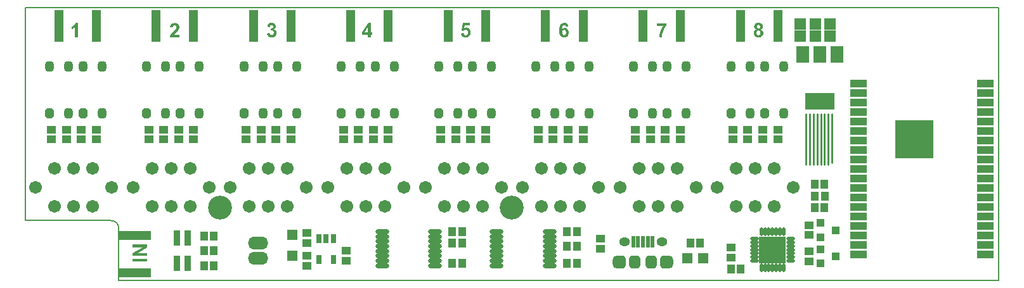
<source format=gts>
G04*
G04 #@! TF.GenerationSoftware,Altium Limited,Altium Designer,20.0.13 (296)*
G04*
G04 Layer_Color=8388736*
%FSLAX44Y44*%
%MOMM*%
G71*
G01*
G75*
%ADD11C,0.2000*%
%ADD12C,0.2500*%
%ADD17R,0.9532X2.0032*%
%ADD18R,3.5532X3.5532*%
%ADD19O,0.5032X1.1532*%
%ADD20O,1.1532X0.5032*%
%ADD21R,4.2032X1.2032*%
%ADD22R,0.6032X1.5532*%
G04:AMPARAMS|DCode=23|XSize=1.7532mm|YSize=1.4832mm|CornerRadius=0.4216mm|HoleSize=0mm|Usage=FLASHONLY|Rotation=90.000|XOffset=0mm|YOffset=0mm|HoleType=Round|Shape=RoundedRectangle|*
%AMROUNDEDRECTD23*
21,1,1.7532,0.6400,0,0,90.0*
21,1,0.9100,1.4832,0,0,90.0*
1,1,0.8432,0.3200,0.4550*
1,1,0.8432,0.3200,-0.4550*
1,1,0.8432,-0.3200,-0.4550*
1,1,0.8432,-0.3200,0.4550*
%
%ADD23ROUNDEDRECTD23*%
G04:AMPARAMS|DCode=24|XSize=1.7532mm|YSize=1.4532mm|CornerRadius=0.4141mm|HoleSize=0mm|Usage=FLASHONLY|Rotation=90.000|XOffset=0mm|YOffset=0mm|HoleType=Round|Shape=RoundedRectangle|*
%AMROUNDEDRECTD24*
21,1,1.7532,0.6250,0,0,90.0*
21,1,0.9250,1.4532,0,0,90.0*
1,1,0.8282,0.3125,0.4625*
1,1,0.8282,0.3125,-0.4625*
1,1,0.8282,-0.3125,-0.4625*
1,1,0.8282,-0.3125,0.4625*
%
%ADD24ROUNDEDRECTD24*%
%ADD25R,2.2032X1.1032*%
%ADD26R,1.1532X1.0532*%
G04:AMPARAMS|DCode=27|XSize=1.1032mm|YSize=1.3532mm|CornerRadius=0mm|HoleSize=0mm|Usage=FLASHONLY|Rotation=0.000|XOffset=0mm|YOffset=0mm|HoleType=Round|Shape=Octagon|*
%AMOCTAGOND27*
4,1,8,-0.2758,0.6766,0.2758,0.6766,0.5516,0.4008,0.5516,-0.4008,0.2758,-0.6766,-0.2758,-0.6766,-0.5516,-0.4008,-0.5516,0.4008,-0.2758,0.6766,0.0*
%
%ADD27OCTAGOND27*%

G04:AMPARAMS|DCode=28|XSize=1.1032mm|YSize=1.3532mm|CornerRadius=0.3266mm|HoleSize=0mm|Usage=FLASHONLY|Rotation=0.000|XOffset=0mm|YOffset=0mm|HoleType=Round|Shape=RoundedRectangle|*
%AMROUNDEDRECTD28*
21,1,1.1032,0.7000,0,0,0.0*
21,1,0.4500,1.3532,0,0,0.0*
1,1,0.6532,0.2250,-0.3500*
1,1,0.6532,-0.2250,-0.3500*
1,1,0.6532,-0.2250,0.3500*
1,1,0.6532,0.2250,0.3500*
%
%ADD28ROUNDEDRECTD28*%
%ADD29R,1.2032X4.2032*%
%ADD30R,1.1032X1.2032*%
%ADD31O,1.8532X0.6032*%
%ADD32R,1.0532X1.1532*%
%ADD33R,5.2032X5.2032*%
%ADD34R,1.4032X1.4032*%
%ADD35R,1.2032X1.1032*%
%ADD36R,0.8032X1.3032*%
%ADD37R,1.1032X1.0032*%
%ADD38R,1.4032X1.4032*%
%ADD39R,4.0032X2.2032*%
%ADD40R,1.7032X2.2032*%
%ADD41R,1.6032X1.5032*%
%ADD42C,1.7032*%
%ADD43C,3.2032*%
%ADD44O,1.4532X1.1532*%
%ADD45O,1.1532X1.7532*%
%ADD46O,2.7032X1.7032*%
%ADD47R,2.2032X2.2032*%
%ADD48C,0.7032*%
G36*
X329635Y344656D02*
X329885Y344628D01*
X330135Y344600D01*
X330440Y344545D01*
X330746Y344461D01*
X331440Y344267D01*
X331801Y344128D01*
X332189Y343934D01*
X332550Y343740D01*
X332883Y343517D01*
X333244Y343240D01*
X333550Y342934D01*
X333577Y342907D01*
X333605Y342879D01*
X333688Y342796D01*
X333772Y342685D01*
X333994Y342407D01*
X334244Y342018D01*
X334493Y341546D01*
X334688Y340991D01*
X334854Y340380D01*
X334882Y340075D01*
X334910Y339742D01*
Y339714D01*
Y339631D01*
X334882Y339492D01*
X334854Y339325D01*
X334827Y339103D01*
X334771Y338853D01*
X334688Y338576D01*
X334577Y338270D01*
X334410Y337965D01*
X334244Y337632D01*
X334022Y337299D01*
X333744Y336965D01*
X333411Y336632D01*
X333050Y336299D01*
X332634Y335994D01*
X332134Y335689D01*
X332161D01*
X332217Y335661D01*
X332300D01*
X332411Y335605D01*
X332717Y335522D01*
X333078Y335355D01*
X333494Y335133D01*
X333938Y334856D01*
X334383Y334495D01*
X334771Y334078D01*
X334827Y334023D01*
X334938Y333856D01*
X335076Y333606D01*
X335271Y333245D01*
X335465Y332829D01*
X335604Y332301D01*
X335715Y331746D01*
X335771Y331108D01*
Y331080D01*
Y330997D01*
Y330858D01*
X335743Y330691D01*
X335715Y330469D01*
X335660Y330219D01*
X335604Y329914D01*
X335549Y329608D01*
X335326Y328942D01*
X335160Y328581D01*
X334993Y328193D01*
X334771Y327832D01*
X334521Y327471D01*
X334244Y327110D01*
X333910Y326777D01*
X333883Y326749D01*
X333827Y326693D01*
X333716Y326610D01*
X333577Y326499D01*
X333383Y326360D01*
X333189Y326222D01*
X332911Y326055D01*
X332634Y325888D01*
X332328Y325722D01*
X331967Y325555D01*
X331578Y325416D01*
X331190Y325278D01*
X330746Y325167D01*
X330301Y325083D01*
X329802Y325028D01*
X329302Y325000D01*
X329052D01*
X328858Y325028D01*
X328636Y325056D01*
X328386Y325083D01*
X328108Y325139D01*
X327775Y325194D01*
X327109Y325361D01*
X326387Y325639D01*
X325998Y325805D01*
X325665Y325999D01*
X325304Y326249D01*
X324971Y326499D01*
X324943Y326527D01*
X324888Y326582D01*
X324804Y326666D01*
X324693Y326777D01*
X324555Y326916D01*
X324416Y327110D01*
X324249Y327304D01*
X324083Y327554D01*
X323916Y327832D01*
X323722Y328109D01*
X323416Y328776D01*
X323167Y329553D01*
X323055Y329969D01*
X323000Y330414D01*
X326554Y330858D01*
Y330830D01*
Y330802D01*
X326581Y330636D01*
X326637Y330386D01*
X326720Y330080D01*
X326859Y329747D01*
X326998Y329386D01*
X327220Y329053D01*
X327470Y328748D01*
X327497Y328720D01*
X327608Y328637D01*
X327775Y328526D01*
X327969Y328415D01*
X328247Y328276D01*
X328552Y328165D01*
X328886Y328082D01*
X329274Y328054D01*
X329330D01*
X329469Y328082D01*
X329663Y328109D01*
X329940Y328165D01*
X330246Y328276D01*
X330551Y328415D01*
X330885Y328637D01*
X331190Y328914D01*
X331218Y328942D01*
X331329Y329081D01*
X331440Y329275D01*
X331606Y329525D01*
X331745Y329858D01*
X331884Y330275D01*
X331967Y330747D01*
X331995Y331274D01*
Y331302D01*
Y331330D01*
Y331496D01*
X331967Y331746D01*
X331912Y332079D01*
X331801Y332440D01*
X331662Y332801D01*
X331468Y333162D01*
X331218Y333495D01*
X331190Y333523D01*
X331079Y333634D01*
X330912Y333773D01*
X330718Y333912D01*
X330440Y334078D01*
X330135Y334189D01*
X329802Y334300D01*
X329413Y334328D01*
X329135D01*
X328941Y334300D01*
X328691Y334273D01*
X328386Y334217D01*
X328080Y334134D01*
X327720Y334050D01*
X328108Y337021D01*
X328358D01*
X328636Y337049D01*
X328969Y337077D01*
X329330Y337160D01*
X329718Y337271D01*
X330079Y337438D01*
X330412Y337660D01*
X330440Y337687D01*
X330551Y337798D01*
X330662Y337937D01*
X330829Y338159D01*
X330968Y338409D01*
X331107Y338714D01*
X331190Y339075D01*
X331218Y339492D01*
Y339547D01*
Y339659D01*
X331190Y339825D01*
X331134Y340047D01*
X331079Y340297D01*
X330968Y340547D01*
X330829Y340825D01*
X330635Y341047D01*
X330607Y341074D01*
X330523Y341130D01*
X330412Y341241D01*
X330218Y341352D01*
X329996Y341435D01*
X329746Y341546D01*
X329413Y341602D01*
X329080Y341630D01*
X328913D01*
X328747Y341602D01*
X328525Y341546D01*
X328275Y341463D01*
X327997Y341352D01*
X327720Y341185D01*
X327470Y340963D01*
X327442Y340936D01*
X327359Y340852D01*
X327248Y340686D01*
X327109Y340464D01*
X326970Y340214D01*
X326859Y339880D01*
X326748Y339492D01*
X326665Y339048D01*
X323278Y339603D01*
Y339631D01*
X323305Y339686D01*
Y339770D01*
X323333Y339908D01*
X323416Y340214D01*
X323527Y340630D01*
X323694Y341074D01*
X323861Y341546D01*
X324083Y341991D01*
X324333Y342407D01*
X324360Y342462D01*
X324471Y342574D01*
X324638Y342768D01*
X324860Y343018D01*
X325138Y343268D01*
X325471Y343545D01*
X325887Y343823D01*
X326331Y344073D01*
X326359D01*
X326387Y344100D01*
X326554Y344156D01*
X326831Y344267D01*
X327164Y344378D01*
X327581Y344489D01*
X328080Y344600D01*
X328608Y344656D01*
X329191Y344683D01*
X329441D01*
X329635Y344656D01*
D02*
G37*
G36*
X163000Y43989D02*
X150340Y36188D01*
X163000D01*
Y32607D01*
X143789D01*
Y36355D01*
X156726Y44295D01*
X143789D01*
Y47876D01*
X163000D01*
Y43989D01*
D02*
G37*
G36*
Y25000D02*
X143789D01*
Y28887D01*
X163000D01*
Y25000D01*
D02*
G37*
G36*
X461438Y332079D02*
X463826D01*
Y328859D01*
X461438D01*
Y325000D01*
X457884D01*
Y328859D01*
X450000D01*
Y332052D01*
X458329Y344295D01*
X461438D01*
Y332079D01*
D02*
G37*
G36*
X856604Y341296D02*
X856576Y341269D01*
X856521Y341213D01*
X856438Y341130D01*
X856326Y341019D01*
X856188Y340852D01*
X856021Y340658D01*
X855827Y340436D01*
X855605Y340158D01*
X855383Y339853D01*
X855133Y339520D01*
X854855Y339159D01*
X854577Y338770D01*
X854300Y338326D01*
X854022Y337882D01*
X853717Y337382D01*
X853411Y336855D01*
X853384Y336827D01*
X853328Y336716D01*
X853245Y336577D01*
X853134Y336355D01*
X853023Y336105D01*
X852856Y335772D01*
X852690Y335411D01*
X852495Y335022D01*
X852301Y334578D01*
X852107Y334106D01*
X851885Y333606D01*
X851690Y333079D01*
X851301Y331941D01*
X850940Y330747D01*
Y330719D01*
X850913Y330608D01*
X850857Y330441D01*
X850802Y330191D01*
X850746Y329914D01*
X850691Y329608D01*
X850607Y329220D01*
X850524Y328831D01*
X850441Y328387D01*
X850385Y327943D01*
X850247Y326971D01*
X850163Y325972D01*
X850135Y325000D01*
X846582D01*
Y325056D01*
Y325167D01*
X846610Y325389D01*
Y325694D01*
X846637Y326055D01*
X846693Y326471D01*
X846748Y326971D01*
X846832Y327499D01*
X846915Y328082D01*
X847026Y328720D01*
X847165Y329386D01*
X847304Y330108D01*
X847498Y330830D01*
X847692Y331580D01*
X847942Y332329D01*
X848220Y333107D01*
X848248Y333162D01*
X848303Y333301D01*
X848386Y333523D01*
X848497Y333801D01*
X848664Y334161D01*
X848858Y334606D01*
X849081Y335078D01*
X849330Y335605D01*
X849608Y336160D01*
X849913Y336743D01*
X850247Y337382D01*
X850635Y337993D01*
X851440Y339297D01*
X852356Y340547D01*
X844000D01*
Y343962D01*
X856604D01*
Y341296D01*
D02*
G37*
G36*
X594077Y340880D02*
X587108D01*
X586525Y337604D01*
X586553D01*
X586581Y337632D01*
X586747Y337715D01*
X586997Y337798D01*
X587303Y337937D01*
X587691Y338048D01*
X588108Y338131D01*
X588580Y338215D01*
X589052Y338243D01*
X589301D01*
X589468Y338215D01*
X589662Y338187D01*
X589912Y338159D01*
X590190Y338104D01*
X590495Y338021D01*
X591134Y337798D01*
X591495Y337660D01*
X591828Y337493D01*
X592189Y337271D01*
X592550Y337021D01*
X592883Y336743D01*
X593216Y336438D01*
X593244Y336410D01*
X593299Y336355D01*
X593382Y336244D01*
X593494Y336105D01*
X593605Y335938D01*
X593771Y335716D01*
X593910Y335466D01*
X594077Y335189D01*
X594243Y334883D01*
X594382Y334522D01*
X594548Y334134D01*
X594660Y333745D01*
X594771Y333301D01*
X594854Y332829D01*
X594909Y332329D01*
X594937Y331802D01*
Y331774D01*
Y331691D01*
Y331580D01*
X594909Y331413D01*
Y331191D01*
X594854Y330941D01*
X594826Y330663D01*
X594771Y330386D01*
X594604Y329720D01*
X594354Y328998D01*
X594188Y328609D01*
X594021Y328248D01*
X593799Y327887D01*
X593549Y327526D01*
X593521Y327499D01*
X593466Y327415D01*
X593355Y327304D01*
X593216Y327138D01*
X593022Y326943D01*
X592772Y326721D01*
X592494Y326499D01*
X592189Y326277D01*
X591828Y326027D01*
X591439Y325805D01*
X591023Y325583D01*
X590551Y325389D01*
X590051Y325222D01*
X589524Y325111D01*
X588941Y325028D01*
X588330Y325000D01*
X588080D01*
X587886Y325028D01*
X587663Y325056D01*
X587386Y325083D01*
X587108Y325111D01*
X586775Y325167D01*
X586109Y325333D01*
X585359Y325611D01*
X584998Y325750D01*
X584637Y325944D01*
X584304Y326166D01*
X583971Y326416D01*
X583943Y326444D01*
X583888Y326471D01*
X583805Y326555D01*
X583694Y326666D01*
X583582Y326832D01*
X583416Y326999D01*
X583277Y327193D01*
X583111Y327415D01*
X582916Y327693D01*
X582750Y327971D01*
X582444Y328637D01*
X582167Y329386D01*
X582083Y329803D01*
X582000Y330247D01*
X585665Y330636D01*
Y330580D01*
X585692Y330441D01*
X585748Y330191D01*
X585831Y329914D01*
X585942Y329608D01*
X586109Y329275D01*
X586331Y328970D01*
X586581Y328665D01*
X586609Y328637D01*
X586720Y328554D01*
X586886Y328442D01*
X587108Y328304D01*
X587358Y328165D01*
X587663Y328054D01*
X588024Y327971D01*
X588385Y327943D01*
X588441D01*
X588580Y327971D01*
X588802Y327998D01*
X589079Y328054D01*
X589385Y328165D01*
X589718Y328331D01*
X590051Y328581D01*
X590356Y328887D01*
X590384Y328942D01*
X590495Y329053D01*
X590606Y329275D01*
X590773Y329608D01*
X590912Y329997D01*
X591050Y330469D01*
X591134Y331052D01*
X591161Y331718D01*
Y331746D01*
Y331802D01*
Y331885D01*
Y332024D01*
X591134Y332329D01*
X591050Y332718D01*
X590967Y333162D01*
X590828Y333606D01*
X590634Y334023D01*
X590356Y334384D01*
X590329Y334411D01*
X590218Y334522D01*
X590023Y334661D01*
X589801Y334856D01*
X589496Y335022D01*
X589135Y335161D01*
X588718Y335272D01*
X588274Y335300D01*
X588108D01*
X587997Y335272D01*
X587719Y335216D01*
X587330Y335133D01*
X586886Y334967D01*
X586414Y334717D01*
X586164Y334550D01*
X585914Y334356D01*
X585665Y334134D01*
X585415Y333884D01*
X582444Y334300D01*
X584332Y344323D01*
X594077D01*
Y340880D01*
D02*
G37*
G36*
X720385Y344656D02*
X720579D01*
X720801Y344628D01*
X721301Y344517D01*
X721856Y344378D01*
X722467Y344156D01*
X723078Y343851D01*
X723355Y343656D01*
X723633Y343434D01*
X723661D01*
X723688Y343379D01*
X723772Y343295D01*
X723855Y343212D01*
X723994Y343073D01*
X724105Y342934D01*
X724410Y342546D01*
X724716Y342018D01*
X725021Y341408D01*
X725299Y340713D01*
X725493Y339880D01*
X721939Y339492D01*
Y339547D01*
X721912Y339659D01*
X721856Y339853D01*
X721801Y340103D01*
X721717Y340353D01*
X721579Y340630D01*
X721440Y340880D01*
X721245Y341102D01*
X721218Y341130D01*
X721134Y341185D01*
X721023Y341269D01*
X720857Y341380D01*
X720662Y341463D01*
X720413Y341546D01*
X720107Y341602D01*
X719802Y341630D01*
X719746D01*
X719607Y341602D01*
X719385Y341574D01*
X719108Y341491D01*
X718802Y341380D01*
X718469Y341185D01*
X718136Y340936D01*
X717831Y340575D01*
X717803Y340519D01*
X717747Y340464D01*
X717692Y340353D01*
X717636Y340242D01*
X717553Y340075D01*
X717497Y339880D01*
X717414Y339631D01*
X717303Y339353D01*
X717220Y339048D01*
X717137Y338687D01*
X717053Y338298D01*
X716970Y337854D01*
X716915Y337354D01*
X716859Y336799D01*
X716803Y336216D01*
X716831Y336244D01*
X716859Y336299D01*
X716942Y336355D01*
X717053Y336466D01*
X717192Y336605D01*
X717359Y336743D01*
X717747Y337049D01*
X718247Y337326D01*
X718830Y337604D01*
X719163Y337715D01*
X719496Y337771D01*
X719857Y337826D01*
X720246Y337854D01*
X720468D01*
X720635Y337826D01*
X720829Y337798D01*
X721051Y337771D01*
X721329Y337715D01*
X721606Y337632D01*
X722217Y337410D01*
X722550Y337271D01*
X722883Y337104D01*
X723216Y336910D01*
X723550Y336660D01*
X723883Y336382D01*
X724188Y336077D01*
X724216Y336049D01*
X724271Y335994D01*
X724355Y335911D01*
X724438Y335772D01*
X724577Y335577D01*
X724716Y335383D01*
X724855Y335133D01*
X725021Y334856D01*
X725188Y334550D01*
X725326Y334189D01*
X725465Y333828D01*
X725604Y333412D01*
X725687Y332995D01*
X725771Y332524D01*
X725826Y332052D01*
X725854Y331524D01*
Y331496D01*
Y331385D01*
Y331246D01*
X725826Y331024D01*
X725798Y330774D01*
X725771Y330497D01*
X725715Y330164D01*
X725632Y329831D01*
X725437Y329053D01*
X725299Y328665D01*
X725104Y328276D01*
X724910Y327887D01*
X724688Y327499D01*
X724410Y327110D01*
X724105Y326777D01*
X724077Y326749D01*
X724022Y326693D01*
X723938Y326610D01*
X723800Y326499D01*
X723633Y326360D01*
X723411Y326222D01*
X723189Y326055D01*
X722911Y325888D01*
X722606Y325722D01*
X722273Y325555D01*
X721912Y325416D01*
X721495Y325278D01*
X721079Y325167D01*
X720635Y325083D01*
X720163Y325028D01*
X719663Y325000D01*
X719524D01*
X719385Y325028D01*
X719191D01*
X718941Y325083D01*
X718636Y325111D01*
X718330Y325194D01*
X717969Y325278D01*
X717608Y325389D01*
X717220Y325555D01*
X716803Y325722D01*
X716415Y325944D01*
X715998Y326194D01*
X715610Y326499D01*
X715221Y326860D01*
X714860Y327249D01*
X714832Y327276D01*
X714777Y327360D01*
X714694Y327499D01*
X714582Y327693D01*
X714416Y327943D01*
X714277Y328248D01*
X714110Y328609D01*
X713944Y329025D01*
X713750Y329525D01*
X713583Y330053D01*
X713444Y330663D01*
X713305Y331358D01*
X713167Y332079D01*
X713083Y332884D01*
X713028Y333745D01*
X713000Y334689D01*
Y334717D01*
Y334744D01*
Y334828D01*
Y334911D01*
Y335189D01*
X713028Y335550D01*
X713055Y335994D01*
X713111Y336494D01*
X713167Y337049D01*
X713250Y337632D01*
X713333Y338243D01*
X713472Y338881D01*
X713639Y339520D01*
X713833Y340158D01*
X714055Y340741D01*
X714305Y341324D01*
X714610Y341852D01*
X714943Y342324D01*
X714971Y342351D01*
X715027Y342435D01*
X715138Y342546D01*
X715304Y342685D01*
X715499Y342879D01*
X715721Y343073D01*
X715998Y343295D01*
X716304Y343517D01*
X716665Y343712D01*
X717026Y343934D01*
X717470Y344128D01*
X717914Y344323D01*
X718386Y344461D01*
X718913Y344572D01*
X719441Y344656D01*
X720024Y344683D01*
X720246D01*
X720385Y344656D01*
D02*
G37*
G36*
X70440Y325000D02*
X66747D01*
Y338909D01*
X66720Y338881D01*
X66664Y338826D01*
X66553Y338742D01*
X66386Y338604D01*
X66192Y338437D01*
X65970Y338270D01*
X65692Y338076D01*
X65387Y337854D01*
X65054Y337632D01*
X64693Y337410D01*
X64304Y337160D01*
X63888Y336938D01*
X62999Y336521D01*
X62000Y336133D01*
Y339464D01*
X62028D01*
X62056Y339492D01*
X62139Y339520D01*
X62250Y339547D01*
X62527Y339686D01*
X62916Y339853D01*
X63388Y340075D01*
X63916Y340380D01*
X64499Y340769D01*
X65109Y341213D01*
X65137Y341241D01*
X65193Y341269D01*
X65276Y341352D01*
X65387Y341463D01*
X65692Y341741D01*
X66026Y342102D01*
X66414Y342546D01*
X66803Y343101D01*
X67164Y343684D01*
X67441Y344323D01*
X70440D01*
Y325000D01*
D02*
G37*
G36*
X979691Y344656D02*
X979941Y344628D01*
X980190Y344600D01*
X980496Y344572D01*
X980801Y344517D01*
X981495Y344350D01*
X982217Y344100D01*
X982550Y343934D01*
X982911Y343740D01*
X983216Y343517D01*
X983522Y343268D01*
X983550Y343240D01*
X983577Y343212D01*
X983661Y343129D01*
X983772Y343018D01*
X983883Y342879D01*
X983994Y342712D01*
X984299Y342296D01*
X984577Y341768D01*
X984799Y341185D01*
X984993Y340491D01*
X985021Y340103D01*
X985049Y339714D01*
Y339686D01*
Y339659D01*
Y339492D01*
X985021Y339242D01*
X984966Y338909D01*
X984882Y338548D01*
X984743Y338159D01*
X984577Y337743D01*
X984327Y337326D01*
X984299Y337271D01*
X984188Y337160D01*
X984049Y336965D01*
X983827Y336743D01*
X983550Y336466D01*
X983216Y336216D01*
X982828Y335966D01*
X982384Y335744D01*
X982411D01*
X982467Y335716D01*
X982550Y335689D01*
X982661Y335633D01*
X982939Y335466D01*
X983300Y335244D01*
X983689Y334994D01*
X984105Y334661D01*
X984494Y334273D01*
X984827Y333828D01*
X984855Y333773D01*
X984966Y333606D01*
X985104Y333356D01*
X985243Y333023D01*
X985410Y332607D01*
X985521Y332107D01*
X985632Y331580D01*
X985660Y330997D01*
Y330969D01*
Y330886D01*
Y330747D01*
X985632Y330552D01*
X985604Y330330D01*
X985576Y330053D01*
X985521Y329775D01*
X985437Y329470D01*
X985243Y328776D01*
X985104Y328415D01*
X984938Y328054D01*
X984743Y327693D01*
X984494Y327332D01*
X984244Y326999D01*
X983938Y326666D01*
X983911Y326638D01*
X983855Y326582D01*
X983772Y326499D01*
X983633Y326416D01*
X983466Y326277D01*
X983244Y326138D01*
X983022Y325999D01*
X982745Y325833D01*
X982439Y325666D01*
X982078Y325527D01*
X981717Y325389D01*
X981329Y325250D01*
X980884Y325167D01*
X980413Y325083D01*
X979941Y325028D01*
X979413Y325000D01*
X979163D01*
X978969Y325028D01*
X978747Y325056D01*
X978497Y325083D01*
X978219Y325111D01*
X977886Y325167D01*
X977192Y325333D01*
X976470Y325583D01*
X976109Y325722D01*
X975749Y325916D01*
X975388Y326110D01*
X975054Y326360D01*
X975027Y326388D01*
X974971Y326444D01*
X974860Y326527D01*
X974721Y326666D01*
X974583Y326832D01*
X974416Y327027D01*
X974221Y327276D01*
X974027Y327526D01*
X973833Y327832D01*
X973639Y328165D01*
X973472Y328526D01*
X973333Y328942D01*
X973194Y329359D01*
X973083Y329831D01*
X973028Y330303D01*
X973000Y330830D01*
Y330858D01*
Y330913D01*
Y330997D01*
Y331108D01*
X973028Y331413D01*
X973083Y331774D01*
X973194Y332218D01*
X973305Y332718D01*
X973500Y333218D01*
X973750Y333717D01*
Y333745D01*
X973777Y333773D01*
X973888Y333939D01*
X974083Y334161D01*
X974360Y334467D01*
X974694Y334800D01*
X975110Y335133D01*
X975610Y335439D01*
X976193Y335744D01*
X976165D01*
X976137Y335772D01*
X975971Y335855D01*
X975721Y335994D01*
X975415Y336160D01*
X975054Y336410D01*
X974721Y336688D01*
X974388Y337021D01*
X974110Y337382D01*
X974083Y337438D01*
X973999Y337576D01*
X973916Y337771D01*
X973805Y338076D01*
X973666Y338409D01*
X973583Y338826D01*
X973500Y339242D01*
X973472Y339714D01*
Y339742D01*
Y339797D01*
Y339908D01*
X973500Y340075D01*
X973528Y340242D01*
X973555Y340464D01*
X973666Y340963D01*
X973833Y341519D01*
X974110Y342129D01*
X974277Y342407D01*
X974471Y342712D01*
X974721Y342990D01*
X974971Y343268D01*
X974999Y343295D01*
X975054Y343323D01*
X975138Y343406D01*
X975249Y343490D01*
X975415Y343601D01*
X975582Y343712D01*
X975804Y343851D01*
X976082Y343989D01*
X976359Y344100D01*
X976665Y344239D01*
X977026Y344350D01*
X977414Y344461D01*
X977831Y344545D01*
X978275Y344628D01*
X978747Y344656D01*
X979247Y344683D01*
X979524D01*
X979691Y344656D01*
D02*
G37*
G36*
X200274Y344295D02*
X200524Y344267D01*
X200801Y344239D01*
X201107Y344184D01*
X201440Y344128D01*
X202162Y343934D01*
X202883Y343656D01*
X203272Y343490D01*
X203605Y343295D01*
X203966Y343045D01*
X204271Y342768D01*
X204299Y342740D01*
X204355Y342712D01*
X204410Y342601D01*
X204521Y342490D01*
X204660Y342351D01*
X204799Y342157D01*
X204938Y341963D01*
X205104Y341713D01*
X205382Y341158D01*
X205660Y340519D01*
X205771Y340158D01*
X205826Y339770D01*
X205882Y339353D01*
X205909Y338937D01*
Y338881D01*
Y338714D01*
X205882Y338465D01*
X205854Y338159D01*
X205798Y337771D01*
X205715Y337354D01*
X205604Y336910D01*
X205438Y336466D01*
X205410Y336410D01*
X205354Y336272D01*
X205243Y336022D01*
X205077Y335716D01*
X204882Y335355D01*
X204632Y334939D01*
X204327Y334495D01*
X203966Y334023D01*
X203938Y333995D01*
X203827Y333856D01*
X203661Y333662D01*
X203411Y333384D01*
X203078Y333051D01*
X202661Y332607D01*
X202162Y332135D01*
X201551Y331552D01*
X201523Y331524D01*
X201467Y331496D01*
X201384Y331413D01*
X201273Y331302D01*
X200968Y331024D01*
X200607Y330691D01*
X200246Y330330D01*
X199885Y329969D01*
X199552Y329664D01*
X199441Y329525D01*
X199330Y329414D01*
X199302Y329386D01*
X199247Y329331D01*
X199163Y329220D01*
X199052Y329081D01*
X198802Y328776D01*
X198580Y328415D01*
X205909D01*
Y325000D01*
X193000D01*
Y325028D01*
Y325083D01*
X193028Y325194D01*
X193055Y325333D01*
X193083Y325500D01*
X193111Y325694D01*
X193222Y326194D01*
X193389Y326749D01*
X193611Y327360D01*
X193888Y328026D01*
X194249Y328665D01*
Y328692D01*
X194305Y328748D01*
X194360Y328859D01*
X194471Y328970D01*
X194582Y329164D01*
X194749Y329359D01*
X194943Y329608D01*
X195165Y329886D01*
X195415Y330219D01*
X195721Y330552D01*
X196054Y330941D01*
X196443Y331358D01*
X196859Y331774D01*
X197331Y332246D01*
X197831Y332746D01*
X198386Y333273D01*
X198414Y333301D01*
X198497Y333384D01*
X198608Y333495D01*
X198775Y333662D01*
X198997Y333828D01*
X199219Y334050D01*
X199718Y334550D01*
X200218Y335078D01*
X200718Y335605D01*
X200940Y335827D01*
X201162Y336077D01*
X201329Y336272D01*
X201440Y336438D01*
X201467Y336494D01*
X201551Y336632D01*
X201690Y336855D01*
X201828Y337160D01*
X201967Y337493D01*
X202106Y337882D01*
X202189Y338270D01*
X202217Y338687D01*
Y338714D01*
Y338742D01*
Y338881D01*
X202189Y339131D01*
X202134Y339409D01*
X202050Y339714D01*
X201939Y340019D01*
X201773Y340325D01*
X201551Y340602D01*
X201523Y340630D01*
X201440Y340713D01*
X201273Y340825D01*
X201079Y340936D01*
X200801Y341047D01*
X200496Y341158D01*
X200135Y341241D01*
X199718Y341269D01*
X199524D01*
X199302Y341241D01*
X199052Y341185D01*
X198747Y341102D01*
X198441Y340963D01*
X198136Y340797D01*
X197858Y340575D01*
X197831Y340547D01*
X197747Y340436D01*
X197636Y340269D01*
X197525Y340019D01*
X197386Y339714D01*
X197275Y339297D01*
X197164Y338826D01*
X197109Y338270D01*
X193444Y338631D01*
Y338659D01*
X193472Y338770D01*
Y338909D01*
X193528Y339131D01*
X193555Y339381D01*
X193638Y339659D01*
X193722Y339964D01*
X193805Y340325D01*
X194083Y341019D01*
X194416Y341741D01*
X194638Y342102D01*
X194888Y342435D01*
X195165Y342712D01*
X195471Y342990D01*
X195499Y343018D01*
X195554Y343045D01*
X195637Y343101D01*
X195776Y343212D01*
X195943Y343295D01*
X196165Y343406D01*
X196387Y343545D01*
X196665Y343656D01*
X196970Y343795D01*
X197303Y343906D01*
X198025Y344128D01*
X198886Y344267D01*
X199330Y344295D01*
X199802Y344323D01*
X200079D01*
X200274Y344295D01*
D02*
G37*
%LPC*%
G36*
X457884Y338687D02*
X453415Y332079D01*
X457884D01*
Y338687D01*
D02*
G37*
G36*
X719663Y335133D02*
X719496D01*
X719274Y335078D01*
X719024Y335022D01*
X718747Y334911D01*
X718441Y334772D01*
X718136Y334550D01*
X717858Y334273D01*
X717831Y334245D01*
X717747Y334106D01*
X717636Y333912D01*
X717497Y333662D01*
X717359Y333301D01*
X717248Y332884D01*
X717164Y332385D01*
X717137Y331802D01*
Y331774D01*
Y331718D01*
Y331635D01*
Y331496D01*
X717192Y331191D01*
X717248Y330774D01*
X717331Y330330D01*
X717470Y329858D01*
X717664Y329414D01*
X717942Y329025D01*
X717969Y328998D01*
X718081Y328887D01*
X718275Y328720D01*
X718497Y328554D01*
X718774Y328359D01*
X719080Y328220D01*
X719441Y328109D01*
X719829Y328054D01*
X719996D01*
X720190Y328109D01*
X720440Y328165D01*
X720690Y328248D01*
X720995Y328387D01*
X721273Y328581D01*
X721551Y328831D01*
X721579Y328859D01*
X721662Y328998D01*
X721773Y329192D01*
X721912Y329470D01*
X722023Y329831D01*
X722134Y330275D01*
X722217Y330830D01*
X722245Y331469D01*
Y331496D01*
Y331552D01*
Y331663D01*
Y331774D01*
X722217Y332107D01*
X722161Y332524D01*
X722050Y332968D01*
X721939Y333440D01*
X721745Y333884D01*
X721495Y334245D01*
X721468Y334273D01*
X721356Y334384D01*
X721218Y334522D01*
X720995Y334689D01*
X720718Y334856D01*
X720413Y334994D01*
X720052Y335106D01*
X719663Y335133D01*
D02*
G37*
G36*
X979274Y341768D02*
X979108D01*
X978913Y341741D01*
X978663Y341685D01*
X978386Y341602D01*
X978108Y341491D01*
X977831Y341352D01*
X977581Y341130D01*
X977553Y341102D01*
X977497Y341019D01*
X977386Y340880D01*
X977275Y340686D01*
X977164Y340436D01*
X977053Y340158D01*
X976998Y339825D01*
X976970Y339436D01*
Y339381D01*
Y339242D01*
X976998Y339048D01*
X977053Y338798D01*
X977109Y338520D01*
X977220Y338243D01*
X977386Y337965D01*
X977581Y337715D01*
X977608Y337687D01*
X977692Y337632D01*
X977831Y337521D01*
X978025Y337410D01*
X978275Y337299D01*
X978552Y337188D01*
X978886Y337132D01*
X979247Y337104D01*
X979413D01*
X979607Y337132D01*
X979857Y337188D01*
X980135Y337243D01*
X980413Y337354D01*
X980690Y337521D01*
X980940Y337715D01*
X980968Y337743D01*
X981051Y337826D01*
X981134Y337965D01*
X981273Y338187D01*
X981384Y338437D01*
X981468Y338714D01*
X981551Y339075D01*
X981579Y339464D01*
Y339520D01*
Y339631D01*
X981551Y339825D01*
X981495Y340047D01*
X981412Y340325D01*
X981301Y340602D01*
X981162Y340880D01*
X980940Y341130D01*
X980912Y341158D01*
X980829Y341241D01*
X980690Y341324D01*
X980496Y341463D01*
X980246Y341574D01*
X979968Y341657D01*
X979635Y341741D01*
X979274Y341768D01*
D02*
G37*
G36*
X979302Y334189D02*
X979080D01*
X978830Y334134D01*
X978552Y334078D01*
X978219Y333967D01*
X977886Y333801D01*
X977553Y333551D01*
X977275Y333245D01*
X977248Y333190D01*
X977164Y333079D01*
X977081Y332884D01*
X976970Y332635D01*
X976831Y332329D01*
X976748Y331996D01*
X976665Y331607D01*
X976637Y331219D01*
Y331191D01*
Y331163D01*
Y331080D01*
Y330969D01*
X976692Y330691D01*
X976748Y330330D01*
X976831Y329942D01*
X976970Y329553D01*
X977164Y329164D01*
X977414Y328803D01*
X977442Y328776D01*
X977553Y328665D01*
X977720Y328554D01*
X977942Y328387D01*
X978219Y328248D01*
X978552Y328109D01*
X978941Y327998D01*
X979358Y327971D01*
X979552D01*
X979746Y328026D01*
X980024Y328082D01*
X980329Y328165D01*
X980635Y328304D01*
X980940Y328498D01*
X981245Y328776D01*
X981273Y328803D01*
X981356Y328942D01*
X981495Y329109D01*
X981634Y329386D01*
X981773Y329720D01*
X981912Y330136D01*
X981995Y330608D01*
X982023Y331163D01*
Y331191D01*
Y331219D01*
Y331385D01*
X981995Y331635D01*
X981939Y331941D01*
X981828Y332301D01*
X981690Y332662D01*
X981495Y333023D01*
X981245Y333356D01*
X981218Y333384D01*
X981107Y333495D01*
X980940Y333634D01*
X980718Y333773D01*
X980440Y333939D01*
X980107Y334050D01*
X979718Y334161D01*
X979302Y334189D01*
D02*
G37*
%LPD*%
D11*
X125000Y70000D02*
G03*
X115000Y80000I-10000J0D01*
G01*
X125000Y0D02*
Y70000D01*
X0Y80000D02*
X115000D01*
X0D02*
Y365000D01*
X125000Y0D02*
X1300000D01*
Y365000D01*
X0D02*
X1300000D01*
D12*
X1077500Y157500D02*
Y222500D01*
X1072500Y155000D02*
Y222500D01*
X1067500Y155000D02*
Y222500D01*
X1062500Y155000D02*
Y222500D01*
X1057500Y155000D02*
Y222500D01*
X1052500Y155000D02*
Y222500D01*
X1047500Y155000D02*
Y222500D01*
X1042500Y155000D02*
Y222500D01*
D17*
X216750Y56500D02*
D03*
Y22500D02*
D03*
X202250Y56500D02*
D03*
Y22500D02*
D03*
D18*
X998000Y41000D02*
D03*
D19*
X983000Y65000D02*
D03*
X988000D02*
D03*
X993000D02*
D03*
X998000D02*
D03*
X1003000D02*
D03*
X1008000D02*
D03*
X1013000D02*
D03*
Y17000D02*
D03*
X1008000D02*
D03*
X1003000D02*
D03*
X998000D02*
D03*
X993000D02*
D03*
X988000D02*
D03*
X983000D02*
D03*
D20*
X1022000Y56000D02*
D03*
Y51000D02*
D03*
Y46000D02*
D03*
Y41000D02*
D03*
Y36000D02*
D03*
Y31000D02*
D03*
Y26000D02*
D03*
X974000D02*
D03*
Y31000D02*
D03*
Y36000D02*
D03*
Y41000D02*
D03*
Y46000D02*
D03*
Y51000D02*
D03*
Y56000D02*
D03*
D21*
X147000Y60000D02*
D03*
Y10000D02*
D03*
D22*
X812000Y51250D02*
D03*
X818500D02*
D03*
X825000D02*
D03*
X831500D02*
D03*
X838000D02*
D03*
D23*
X836000Y24250D02*
D03*
X814000D02*
D03*
D24*
X794750D02*
D03*
X855250D02*
D03*
D25*
X1282500Y212700D02*
D03*
Y263500D02*
D03*
Y250800D02*
D03*
Y238100D02*
D03*
Y225400D02*
D03*
Y200000D02*
D03*
Y187300D02*
D03*
Y174600D02*
D03*
Y161900D02*
D03*
Y149200D02*
D03*
Y136500D02*
D03*
Y123800D02*
D03*
Y111100D02*
D03*
Y98400D02*
D03*
Y85700D02*
D03*
Y73000D02*
D03*
Y60300D02*
D03*
Y47600D02*
D03*
Y34900D02*
D03*
X1112500D02*
D03*
Y47600D02*
D03*
Y60300D02*
D03*
Y73000D02*
D03*
Y85700D02*
D03*
Y98400D02*
D03*
Y111100D02*
D03*
Y123800D02*
D03*
Y136500D02*
D03*
Y149200D02*
D03*
Y161900D02*
D03*
Y174600D02*
D03*
Y187300D02*
D03*
Y200000D02*
D03*
Y212700D02*
D03*
Y225400D02*
D03*
Y238100D02*
D03*
Y250800D02*
D03*
Y263500D02*
D03*
D26*
X985000Y188500D02*
D03*
Y201500D02*
D03*
X1005000Y201500D02*
D03*
Y188500D02*
D03*
X965000Y188500D02*
D03*
Y201500D02*
D03*
X945000Y188500D02*
D03*
Y201500D02*
D03*
X855000Y188500D02*
D03*
Y201500D02*
D03*
X875000Y201500D02*
D03*
Y188500D02*
D03*
X835000Y188500D02*
D03*
Y201500D02*
D03*
X815000Y188500D02*
D03*
Y201500D02*
D03*
X725000Y188500D02*
D03*
Y201500D02*
D03*
X745000Y201500D02*
D03*
Y188500D02*
D03*
X705000Y188500D02*
D03*
Y201500D02*
D03*
X685000Y188500D02*
D03*
Y201500D02*
D03*
X595000Y188500D02*
D03*
Y201500D02*
D03*
X615000Y201500D02*
D03*
Y188500D02*
D03*
X575000Y188500D02*
D03*
Y201500D02*
D03*
X555000Y188500D02*
D03*
Y201500D02*
D03*
X465000Y188500D02*
D03*
Y201500D02*
D03*
X485000Y201500D02*
D03*
Y188500D02*
D03*
X445000Y188500D02*
D03*
Y201500D02*
D03*
X425000Y188500D02*
D03*
Y201500D02*
D03*
X335000Y188500D02*
D03*
Y201500D02*
D03*
X355000Y201500D02*
D03*
Y188500D02*
D03*
X315000Y188500D02*
D03*
Y201500D02*
D03*
X295000Y188500D02*
D03*
Y201500D02*
D03*
X205000Y188500D02*
D03*
Y201500D02*
D03*
X225000Y201500D02*
D03*
Y188500D02*
D03*
X185000Y188500D02*
D03*
Y201500D02*
D03*
X165000Y188500D02*
D03*
Y201500D02*
D03*
X75000Y188504D02*
D03*
Y201504D02*
D03*
X95000Y201504D02*
D03*
Y188504D02*
D03*
X55000Y188504D02*
D03*
Y201504D02*
D03*
X35000Y188504D02*
D03*
Y201504D02*
D03*
X429000Y39500D02*
D03*
Y26500D02*
D03*
X1047000Y38750D02*
D03*
Y25750D02*
D03*
Y60750D02*
D03*
Y73750D02*
D03*
D27*
X987300Y223750D02*
D03*
X942300D02*
D03*
X857300D02*
D03*
X812300D02*
D03*
X727300D02*
D03*
X682300D02*
D03*
X597300D02*
D03*
X552300D02*
D03*
X467300D02*
D03*
X422300D02*
D03*
X337300D02*
D03*
X292300D02*
D03*
X207300D02*
D03*
X162300D02*
D03*
X77300Y223754D02*
D03*
X32300D02*
D03*
D28*
X987300Y286250D02*
D03*
X1012700Y223750D02*
D03*
Y286250D02*
D03*
X942300D02*
D03*
X967700Y223750D02*
D03*
Y286250D02*
D03*
X857300D02*
D03*
X882700Y223750D02*
D03*
Y286250D02*
D03*
X812300D02*
D03*
X837700Y223750D02*
D03*
Y286250D02*
D03*
X727300D02*
D03*
X752700Y223750D02*
D03*
Y286250D02*
D03*
X682300D02*
D03*
X707700Y223750D02*
D03*
Y286250D02*
D03*
X597300D02*
D03*
X622700Y223750D02*
D03*
Y286250D02*
D03*
X552300D02*
D03*
X577700Y223750D02*
D03*
Y286250D02*
D03*
X467300D02*
D03*
X492700Y223750D02*
D03*
Y286250D02*
D03*
X422300D02*
D03*
X447700Y223750D02*
D03*
Y286250D02*
D03*
X337300D02*
D03*
X362700Y223750D02*
D03*
Y286250D02*
D03*
X292300D02*
D03*
X317700Y223750D02*
D03*
Y286250D02*
D03*
X207300D02*
D03*
X232700Y223750D02*
D03*
Y286250D02*
D03*
X162300D02*
D03*
X187700Y223750D02*
D03*
Y286250D02*
D03*
X77300Y286254D02*
D03*
X102700Y223754D02*
D03*
Y286254D02*
D03*
X32300D02*
D03*
X57700Y223754D02*
D03*
Y286254D02*
D03*
D29*
X955000Y340000D02*
D03*
X1005000D02*
D03*
X825000D02*
D03*
X875000D02*
D03*
X695000D02*
D03*
X745000D02*
D03*
X565000D02*
D03*
X615000D02*
D03*
X435000D02*
D03*
X485000D02*
D03*
X305000D02*
D03*
X355000D02*
D03*
X175000D02*
D03*
X225000D02*
D03*
X45000Y340004D02*
D03*
X95000D02*
D03*
D30*
X570250Y65500D02*
D03*
X583750D02*
D03*
X723250D02*
D03*
X736750D02*
D03*
X1054250Y113000D02*
D03*
X1067750D02*
D03*
D31*
X476750Y65250D02*
D03*
Y58750D02*
D03*
Y52250D02*
D03*
Y45750D02*
D03*
Y39250D02*
D03*
Y32750D02*
D03*
Y26250D02*
D03*
Y19750D02*
D03*
X547250Y65250D02*
D03*
Y58750D02*
D03*
Y52250D02*
D03*
Y45750D02*
D03*
Y39250D02*
D03*
Y32750D02*
D03*
X547250Y26250D02*
D03*
X547250Y19750D02*
D03*
X629750Y65250D02*
D03*
Y58750D02*
D03*
Y52250D02*
D03*
Y45750D02*
D03*
Y39250D02*
D03*
Y32750D02*
D03*
Y26250D02*
D03*
Y19750D02*
D03*
X700250Y65250D02*
D03*
Y58750D02*
D03*
Y52250D02*
D03*
Y45750D02*
D03*
Y39250D02*
D03*
Y32750D02*
D03*
X700250Y26250D02*
D03*
X700250Y19750D02*
D03*
D32*
X583500Y23000D02*
D03*
X570500D02*
D03*
X583500Y50000D02*
D03*
X570500D02*
D03*
X736500Y23000D02*
D03*
X723500D02*
D03*
X736500Y45500D02*
D03*
X723500D02*
D03*
X901500Y50000D02*
D03*
X888500D02*
D03*
X252000Y19500D02*
D03*
X239000Y19500D02*
D03*
X252000Y39500D02*
D03*
X239000D02*
D03*
X252000Y59500D02*
D03*
X239000D02*
D03*
X1067500Y97000D02*
D03*
X1054500D02*
D03*
X1054500Y129000D02*
D03*
X1067500D02*
D03*
X942500Y15000D02*
D03*
X955500D02*
D03*
D33*
X1187500Y188500D02*
D03*
D34*
X884500Y30000D02*
D03*
X905500D02*
D03*
X357000Y61300D02*
D03*
D35*
X376000Y32750D02*
D03*
Y19250D02*
D03*
Y50250D02*
D03*
Y63750D02*
D03*
X943000Y43750D02*
D03*
Y30250D02*
D03*
X768000Y42250D02*
D03*
Y55750D02*
D03*
D36*
X411502Y56000D02*
D03*
X402001D02*
D03*
X392502D02*
D03*
Y28000D02*
D03*
X411502D02*
D03*
D37*
X1082000Y32250D02*
D03*
X1062000Y22750D02*
D03*
Y41750D02*
D03*
X1082000Y67250D02*
D03*
X1062000Y57750D02*
D03*
Y76750D02*
D03*
D38*
X357000Y32700D02*
D03*
D39*
X1061000Y239500D02*
D03*
D40*
X1038000Y302500D02*
D03*
X1061000Y302500D02*
D03*
X1084000Y302500D02*
D03*
D41*
X1075000Y343000D02*
D03*
Y327000D02*
D03*
X1055000Y343000D02*
D03*
Y327000D02*
D03*
X1035000Y343000D02*
D03*
Y327000D02*
D03*
D42*
X924200Y124600D02*
D03*
X1025800D02*
D03*
X949600Y99200D02*
D03*
X975000D02*
D03*
X1000400D02*
D03*
X949600Y150000D02*
D03*
X975000D02*
D03*
X1000400D02*
D03*
X794200Y124600D02*
D03*
X895800D02*
D03*
X819600Y99200D02*
D03*
X845000D02*
D03*
X870400D02*
D03*
X819600Y150000D02*
D03*
X845000D02*
D03*
X870400D02*
D03*
X664200Y124600D02*
D03*
X765800D02*
D03*
X689600Y99200D02*
D03*
X715000D02*
D03*
X740400D02*
D03*
X689600Y150000D02*
D03*
X715000D02*
D03*
X740400D02*
D03*
X534200Y124600D02*
D03*
X635800D02*
D03*
X559600Y99200D02*
D03*
X585000D02*
D03*
X610400D02*
D03*
X559600Y150000D02*
D03*
X585000D02*
D03*
X610400D02*
D03*
X404200Y124600D02*
D03*
X505800D02*
D03*
X429600Y99200D02*
D03*
X455000D02*
D03*
X480400D02*
D03*
X429600Y150000D02*
D03*
X455000D02*
D03*
X480400D02*
D03*
X274200Y124600D02*
D03*
X375800D02*
D03*
X299600Y99200D02*
D03*
X325000D02*
D03*
X350400D02*
D03*
X299600Y150000D02*
D03*
X325000D02*
D03*
X350400D02*
D03*
X144200Y124600D02*
D03*
X245800D02*
D03*
X169600Y99200D02*
D03*
X195000D02*
D03*
X220400D02*
D03*
X169600Y150000D02*
D03*
X195000D02*
D03*
X220400D02*
D03*
X14200Y124604D02*
D03*
X115800D02*
D03*
X39600Y99204D02*
D03*
X65000D02*
D03*
X90400D02*
D03*
X39600Y150004D02*
D03*
X65000D02*
D03*
X90400D02*
D03*
D43*
X260000Y97500D02*
D03*
X650000D02*
D03*
D44*
X800000Y51250D02*
D03*
X850000D02*
D03*
D45*
X860000Y24250D02*
D03*
X790000D02*
D03*
D46*
X311000Y30000D02*
D03*
Y50000D02*
D03*
D47*
X1200000Y176000D02*
D03*
X1175000D02*
D03*
X1200000Y201000D02*
D03*
X1175000D02*
D03*
D48*
X1009000Y30000D02*
D03*
X998000D02*
D03*
X987000D02*
D03*
X1009000Y41000D02*
D03*
X998000D02*
D03*
X987000D02*
D03*
X1009000Y52000D02*
D03*
X998000D02*
D03*
X987000D02*
D03*
M02*

</source>
